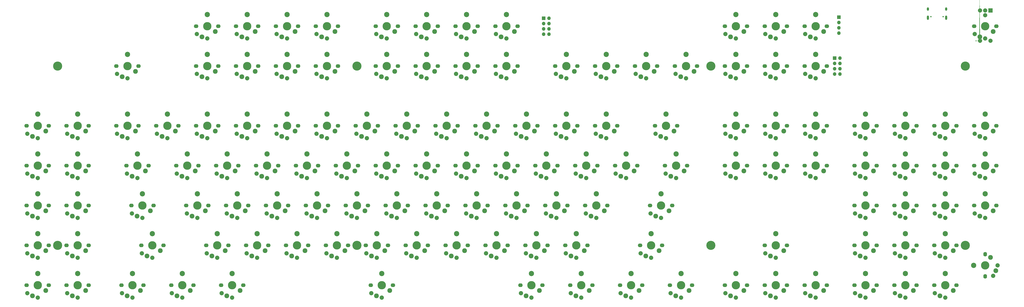
<source format=gbr>
%TF.GenerationSoftware,KiCad,Pcbnew,(6.0.0)*%
%TF.CreationDate,2022-04-30T21:46:17-04:00*%
%TF.ProjectId,SweetBusiness,53776565-7442-4757-9369-6e6573732e6b,rev?*%
%TF.SameCoordinates,Original*%
%TF.FileFunction,Soldermask,Top*%
%TF.FilePolarity,Negative*%
%FSLAX46Y46*%
G04 Gerber Fmt 4.6, Leading zero omitted, Abs format (unit mm)*
G04 Created by KiCad (PCBNEW (6.0.0)) date 2022-04-30 21:46:17*
%MOMM*%
%LPD*%
G01*
G04 APERTURE LIST*
G04 Aperture macros list*
%AMFreePoly0*
4,1,52,0.201078,0.979575,0.387516,0.921863,0.559193,0.829038,0.709571,0.704634,0.832921,0.553392,0.924546,0.381070,0.980955,0.194234,1.000000,0.000000,0.999610,-0.027922,0.975149,-0.221548,0.913545,-0.406737,0.817145,-0.576432,0.689620,-0.724172,0.535827,-0.844328,0.361625,-0.932324,0.173648,-0.984808,-0.020942,-0.999781,-0.214735,-0.976672,-0.400349,-0.916363,-0.570714,-0.821149,
-0.719340,-0.694658,-0.840567,-0.541708,-0.929776,-0.368125,-0.983571,-0.180519,-0.991955,-0.080679,-1.680947,-0.095033,-1.689030,-0.135671,-1.743223,-0.216777,-1.824329,-0.270970,-1.920000,-0.290000,-2.015671,-0.270970,-2.096777,-0.216777,-2.150970,-0.135671,-2.170000,-0.040000,-2.150970,0.055671,-2.096777,0.136777,-2.015671,0.190970,-1.920000,0.210000,-1.824329,0.190970,-1.743223,0.136777,
-1.689030,0.055671,-1.682920,0.024952,-0.997068,0.039241,-0.978148,0.207912,-0.919135,0.393942,-0.825113,0.564967,-0.699663,0.714473,-0.547563,0.836764,-0.374607,0.927184,-0.187381,0.982287,0.006981,0.999976,0.201078,0.979575,0.201078,0.979575,$1*%
G04 Aperture macros list end*
%ADD10C,4.350000*%
%ADD11C,2.500000*%
%ADD12O,2.150000X1.750000*%
%ADD13C,3.987800*%
%ADD14C,2.286000*%
%ADD15C,2.032000*%
%ADD16R,1.700000X1.700000*%
%ADD17O,1.700000X1.700000*%
%ADD18C,2.000000*%
%ADD19FreePoly0,270.000000*%
%ADD20R,2.000000X2.000000*%
%ADD21O,1.750000X2.150000*%
%ADD22C,0.650000*%
%ADD23O,1.000000X1.600000*%
%ADD24O,1.000000X2.100000*%
G04 APERTURE END LIST*
D10*
%TO.C,H8*%
X511968750Y-236537500D03*
%TD*%
D11*
%TO.C,K70*%
X464343750Y-192881600D03*
D12*
X469626950Y-198437500D03*
X459060550Y-198437500D03*
D13*
X464343750Y-198437500D03*
D14*
X461803750Y-203517500D03*
D15*
X459343750Y-202237500D03*
D14*
X468153750Y-200977500D03*
D15*
X464343750Y-204337500D03*
%TD*%
D11*
%TO.C,K42*%
X340518750Y-173831600D03*
D12*
X335235550Y-179387500D03*
D13*
X340518750Y-179387500D03*
D12*
X345801950Y-179387500D03*
D14*
X337978750Y-184467500D03*
D15*
X335518750Y-183187500D03*
X340518750Y-185287500D03*
D14*
X344328750Y-181927500D03*
%TD*%
D12*
%TO.C,K44*%
X397148050Y-179387500D03*
D13*
X402431250Y-179387500D03*
D12*
X407714450Y-179387500D03*
D11*
X402431250Y-173831600D03*
D14*
X399891250Y-184467500D03*
D15*
X397431250Y-183187500D03*
X402431250Y-185287500D03*
D14*
X406241250Y-181927500D03*
%TD*%
D11*
%TO.C,K8*%
X273843750Y-126206600D03*
D13*
X273843750Y-131762500D03*
D12*
X268560550Y-131762500D03*
X279126950Y-131762500D03*
D15*
X268843750Y-135562500D03*
D14*
X271303750Y-136842500D03*
X277653750Y-134302500D03*
D15*
X273843750Y-137662500D03*
%TD*%
D13*
%TO.C,K125*%
X483393750Y-255587500D03*
D11*
X483393750Y-250031600D03*
D12*
X488676950Y-255587500D03*
X478110550Y-255587500D03*
D15*
X478393750Y-259387500D03*
D14*
X480853750Y-260667500D03*
D15*
X483393750Y-261487500D03*
D14*
X487203750Y-258127500D03*
%TD*%
D12*
%TO.C,K110*%
X507726950Y-236537500D03*
D11*
X502443750Y-230981600D03*
D12*
X497160550Y-236537500D03*
D13*
X502443750Y-236537500D03*
D15*
X497443750Y-240337500D03*
D14*
X499903750Y-241617500D03*
X506253750Y-239077500D03*
D15*
X502443750Y-242437500D03*
%TD*%
D12*
%TO.C,K84*%
X273323050Y-217487500D03*
D13*
X278606250Y-217487500D03*
D12*
X283889450Y-217487500D03*
D11*
X278606250Y-211931600D03*
D14*
X276066250Y-222567500D03*
D15*
X273606250Y-221287500D03*
D14*
X282416250Y-220027500D03*
D15*
X278606250Y-223387500D03*
%TD*%
D11*
%TO.C,K79*%
X183356250Y-211931600D03*
D12*
X178073050Y-217487500D03*
D13*
X183356250Y-217487500D03*
D12*
X188639450Y-217487500D03*
D15*
X178356250Y-221287500D03*
D14*
X180816250Y-222567500D03*
D15*
X183356250Y-223387500D03*
D14*
X187166250Y-220027500D03*
%TD*%
D12*
%TO.C,K38*%
X259035550Y-179387500D03*
X269601950Y-179387500D03*
D13*
X264318750Y-179387500D03*
D11*
X264318750Y-173831600D03*
D15*
X259318750Y-183187500D03*
D14*
X261778750Y-184467500D03*
X268128750Y-181927500D03*
D15*
X264318750Y-185287500D03*
%TD*%
D13*
%TO.C,K37*%
X245268750Y-179387500D03*
D12*
X250551950Y-179387500D03*
D11*
X245268750Y-173831600D03*
D12*
X239985550Y-179387500D03*
D15*
X240268750Y-183187500D03*
D14*
X242728750Y-184467500D03*
D15*
X245268750Y-185287500D03*
D14*
X249078750Y-181927500D03*
%TD*%
D11*
%TO.C,K29*%
X88106250Y-173831600D03*
D13*
X88106250Y-179387500D03*
D12*
X82823050Y-179387500D03*
X93389450Y-179387500D03*
D14*
X85566250Y-184467500D03*
D15*
X83106250Y-183187500D03*
D14*
X91916250Y-181927500D03*
D15*
X88106250Y-185287500D03*
%TD*%
D16*
%TO.C,J1*%
X310668750Y-127962500D03*
D17*
X313208750Y-127962500D03*
X310668750Y-130502500D03*
X313208750Y-130502500D03*
X310668750Y-133042500D03*
X313208750Y-133042500D03*
X310668750Y-135582500D03*
X313208750Y-135582500D03*
%TD*%
D12*
%TO.C,K49*%
X507726950Y-179387500D03*
X497160550Y-179387500D03*
D11*
X502443750Y-173831600D03*
D13*
X502443750Y-179387500D03*
D15*
X497443750Y-183187500D03*
D14*
X499903750Y-184467500D03*
X506253750Y-181927500D03*
D15*
X502443750Y-185287500D03*
%TD*%
D12*
%TO.C,K82*%
X245789450Y-217487500D03*
D13*
X240506250Y-217487500D03*
D12*
X235223050Y-217487500D03*
D11*
X240506250Y-211931600D03*
D15*
X235506250Y-221287500D03*
D14*
X237966250Y-222567500D03*
D15*
X240506250Y-223387500D03*
D14*
X244316250Y-220027500D03*
%TD*%
D12*
%TO.C,K3*%
X174351950Y-131762500D03*
D13*
X169068750Y-131762500D03*
D12*
X163785550Y-131762500D03*
D11*
X169068750Y-126206600D03*
D14*
X166528750Y-136842500D03*
D15*
X164068750Y-135562500D03*
D14*
X172878750Y-134302500D03*
D15*
X169068750Y-137662500D03*
%TD*%
D11*
%TO.C,K39*%
X283368750Y-173831600D03*
D13*
X283368750Y-179387500D03*
D12*
X278085550Y-179387500D03*
X288651950Y-179387500D03*
D15*
X278368750Y-183187500D03*
D14*
X280828750Y-184467500D03*
X287178750Y-181927500D03*
D15*
X283368750Y-185287500D03*
%TD*%
D12*
%TO.C,K123*%
X435248050Y-255587500D03*
D13*
X440531250Y-255587500D03*
D12*
X445814450Y-255587500D03*
D11*
X440531250Y-250031600D03*
D15*
X435531250Y-259387500D03*
D14*
X437991250Y-260667500D03*
D15*
X440531250Y-261487500D03*
D14*
X444341250Y-258127500D03*
%TD*%
D13*
%TO.C,K24*%
X378618750Y-150812500D03*
D11*
X378618750Y-145256600D03*
D12*
X373335550Y-150812500D03*
X383901950Y-150812500D03*
D14*
X376078750Y-155892500D03*
D15*
X373618750Y-154612500D03*
D14*
X382428750Y-153352500D03*
D15*
X378618750Y-156712500D03*
%TD*%
D11*
%TO.C,K17*%
X235743750Y-145256600D03*
D12*
X230460550Y-150812500D03*
X241026950Y-150812500D03*
D13*
X235743750Y-150812500D03*
D15*
X230743750Y-154612500D03*
D14*
X233203750Y-155892500D03*
D15*
X235743750Y-156712500D03*
D14*
X239553750Y-153352500D03*
%TD*%
D13*
%TO.C,K73*%
X521493750Y-198437500D03*
D12*
X516210550Y-198437500D03*
D11*
X521493750Y-192881600D03*
D12*
X526776950Y-198437500D03*
D14*
X518953750Y-203517500D03*
D15*
X516493750Y-202237500D03*
X521493750Y-204337500D03*
D14*
X525303750Y-200977500D03*
%TD*%
D13*
%TO.C,K35*%
X207168750Y-179387500D03*
D11*
X207168750Y-173831600D03*
D12*
X201885550Y-179387500D03*
X212451950Y-179387500D03*
D14*
X204628750Y-184467500D03*
D15*
X202168750Y-183187500D03*
X207168750Y-185287500D03*
D14*
X210978750Y-181927500D03*
%TD*%
D16*
%TO.C,J2*%
X451612000Y-127518000D03*
D17*
X451612000Y-130058000D03*
X451612000Y-132598000D03*
X451612000Y-135138000D03*
%TD*%
D12*
%TO.C,K92*%
X526776950Y-217487500D03*
X516210550Y-217487500D03*
D11*
X521493750Y-211931600D03*
D13*
X521493750Y-217487500D03*
D14*
X518953750Y-222567500D03*
D15*
X516493750Y-221287500D03*
D14*
X525303750Y-220027500D03*
D15*
X521493750Y-223387500D03*
%TD*%
D11*
%TO.C,K61*%
X273843750Y-192881600D03*
D12*
X268560550Y-198437500D03*
D13*
X273843750Y-198437500D03*
D12*
X279126950Y-198437500D03*
D14*
X271303750Y-203517500D03*
D15*
X268843750Y-202237500D03*
D14*
X277653750Y-200977500D03*
D15*
X273843750Y-204337500D03*
%TD*%
D12*
%TO.C,K30*%
X106635550Y-179387500D03*
D11*
X111918750Y-173831600D03*
D12*
X117201950Y-179387500D03*
D13*
X111918750Y-179387500D03*
D14*
X109378750Y-184467500D03*
D15*
X106918750Y-183187500D03*
D14*
X115728750Y-181927500D03*
D15*
X111918750Y-185287500D03*
%TD*%
D12*
%TO.C,K83*%
X264839450Y-217487500D03*
X254273050Y-217487500D03*
D11*
X259556250Y-211931600D03*
D13*
X259556250Y-217487500D03*
D14*
X257016250Y-222567500D03*
D15*
X254556250Y-221287500D03*
X259556250Y-223387500D03*
D14*
X263366250Y-220027500D03*
%TD*%
D13*
%TO.C,K81*%
X221456250Y-217487500D03*
D11*
X221456250Y-211931600D03*
D12*
X226739450Y-217487500D03*
X216173050Y-217487500D03*
D15*
X216456250Y-221287500D03*
D14*
X218916250Y-222567500D03*
X225266250Y-220027500D03*
D15*
X221456250Y-223387500D03*
%TD*%
D12*
%TO.C,K90*%
X488676950Y-217487500D03*
X478110550Y-217487500D03*
D11*
X483393750Y-211931600D03*
D13*
X483393750Y-217487500D03*
D14*
X480853750Y-222567500D03*
D15*
X478393750Y-221287500D03*
D14*
X487203750Y-220027500D03*
D15*
X483393750Y-223387500D03*
%TD*%
D13*
%TO.C,K20*%
X292893750Y-150812500D03*
D12*
X287610550Y-150812500D03*
X298176950Y-150812500D03*
D11*
X292893750Y-145256600D03*
D14*
X290353750Y-155892500D03*
D15*
X287893750Y-154612500D03*
X292893750Y-156712500D03*
D14*
X296703750Y-153352500D03*
%TD*%
D13*
%TO.C,K59*%
X235743750Y-198437500D03*
D12*
X230460550Y-198437500D03*
D11*
X235743750Y-192881600D03*
D12*
X241026950Y-198437500D03*
D15*
X230743750Y-202237500D03*
D14*
X233203750Y-203517500D03*
D15*
X235743750Y-204337500D03*
D14*
X239553750Y-200977500D03*
%TD*%
D11*
%TO.C,K95*%
X123825000Y-230981600D03*
D12*
X129108200Y-236537500D03*
D13*
X123825000Y-236537500D03*
D12*
X118541800Y-236537500D03*
D14*
X121285000Y-241617500D03*
D15*
X118825000Y-240337500D03*
X123825000Y-242437500D03*
D14*
X127635000Y-239077500D03*
%TD*%
D13*
%TO.C,K111*%
X69056250Y-255587500D03*
D12*
X63773050Y-255587500D03*
X74339450Y-255587500D03*
D11*
X69056250Y-250031600D03*
D15*
X64056250Y-259387500D03*
D14*
X66516250Y-260667500D03*
D15*
X69056250Y-261487500D03*
D14*
X72866250Y-258127500D03*
%TD*%
D13*
%TO.C,K50*%
X521493750Y-179387500D03*
D12*
X526776950Y-179387500D03*
D11*
X521493750Y-173831600D03*
D12*
X516210550Y-179387500D03*
D14*
X518953750Y-184467500D03*
D15*
X516493750Y-183187500D03*
X521493750Y-185287500D03*
D14*
X525303750Y-181927500D03*
%TD*%
D12*
%TO.C,K104*%
X301898050Y-236537500D03*
D11*
X307181250Y-230981600D03*
D13*
X307181250Y-236537500D03*
D12*
X312464450Y-236537500D03*
D14*
X304641250Y-241617500D03*
D15*
X302181250Y-240337500D03*
X307181250Y-242437500D03*
D14*
X310991250Y-239077500D03*
%TD*%
D13*
%TO.C,K25*%
X402431250Y-150812500D03*
D11*
X402431250Y-145256600D03*
D12*
X407714450Y-150812500D03*
X397148050Y-150812500D03*
D14*
X399891250Y-155892500D03*
D15*
X397431250Y-154612500D03*
D14*
X406241250Y-153352500D03*
D15*
X402431250Y-156712500D03*
%TD*%
D11*
%TO.C,K52*%
X88106250Y-192881600D03*
D13*
X88106250Y-198437500D03*
D12*
X93389450Y-198437500D03*
X82823050Y-198437500D03*
D14*
X85566250Y-203517500D03*
D15*
X83106250Y-202237500D03*
X88106250Y-204337500D03*
D14*
X91916250Y-200977500D03*
%TD*%
D12*
%TO.C,K2*%
X155301950Y-131762500D03*
D13*
X150018750Y-131762500D03*
D11*
X150018750Y-126206600D03*
D12*
X144735550Y-131762500D03*
D14*
X147478750Y-136842500D03*
D15*
X145018750Y-135562500D03*
X150018750Y-137662500D03*
D14*
X153828750Y-134302500D03*
%TD*%
D12*
%TO.C,K100*%
X236264450Y-236537500D03*
D11*
X230981250Y-230981600D03*
D13*
X230981250Y-236537500D03*
D12*
X225698050Y-236537500D03*
D14*
X228441250Y-241617500D03*
D15*
X225981250Y-240337500D03*
D14*
X234791250Y-239077500D03*
D15*
X230981250Y-242437500D03*
%TD*%
D12*
%TO.C,K89*%
X459060550Y-217487500D03*
D13*
X464343750Y-217487500D03*
D11*
X464343750Y-211931600D03*
D12*
X469626950Y-217487500D03*
D14*
X461803750Y-222567500D03*
D15*
X459343750Y-221287500D03*
D14*
X468153750Y-220027500D03*
D15*
X464343750Y-223387500D03*
%TD*%
D13*
%TO.C,K88*%
X366712500Y-217487500D03*
D12*
X371995700Y-217487500D03*
X361429300Y-217487500D03*
D11*
X366712500Y-211931600D03*
D14*
X364172500Y-222567500D03*
D15*
X361712500Y-221287500D03*
X366712500Y-223387500D03*
D14*
X370522500Y-220027500D03*
%TD*%
D12*
%TO.C,K26*%
X416198050Y-150812500D03*
D11*
X421481250Y-145256600D03*
D13*
X421481250Y-150812500D03*
D12*
X426764450Y-150812500D03*
D14*
X418941250Y-155892500D03*
D15*
X416481250Y-154612500D03*
D14*
X425291250Y-153352500D03*
D15*
X421481250Y-156712500D03*
%TD*%
D13*
%TO.C,K80*%
X202406250Y-217487500D03*
D11*
X202406250Y-211931600D03*
D12*
X197123050Y-217487500D03*
X207689450Y-217487500D03*
D15*
X197406250Y-221287500D03*
D14*
X199866250Y-222567500D03*
X206216250Y-220027500D03*
D15*
X202406250Y-223387500D03*
%TD*%
D11*
%TO.C,K77*%
X145256250Y-211931600D03*
D12*
X150539450Y-217487500D03*
D13*
X145256250Y-217487500D03*
D12*
X139973050Y-217487500D03*
D15*
X140256250Y-221287500D03*
D14*
X142716250Y-222567500D03*
X149066250Y-220027500D03*
D15*
X145256250Y-223387500D03*
%TD*%
D12*
%TO.C,K122*%
X416198050Y-255587500D03*
D11*
X421481250Y-250031600D03*
D12*
X426764450Y-255587500D03*
D13*
X421481250Y-255587500D03*
D14*
X418941250Y-260667500D03*
D15*
X416481250Y-259387500D03*
X421481250Y-261487500D03*
D14*
X425291250Y-258127500D03*
%TD*%
D12*
%TO.C,K46*%
X435248050Y-179387500D03*
X445814450Y-179387500D03*
D11*
X440531250Y-173831600D03*
D13*
X440531250Y-179387500D03*
D15*
X435531250Y-183187500D03*
D14*
X437991250Y-184467500D03*
X444341250Y-181927500D03*
D15*
X440531250Y-185287500D03*
%TD*%
D12*
%TO.C,K126*%
X497160550Y-255587500D03*
D13*
X502443750Y-255587500D03*
D11*
X502443750Y-250031600D03*
D12*
X507726950Y-255587500D03*
D15*
X497443750Y-259387500D03*
D14*
X499903750Y-260667500D03*
X506253750Y-258127500D03*
D15*
X502443750Y-261487500D03*
%TD*%
D12*
%TO.C,K112*%
X82823050Y-255587500D03*
D11*
X88106250Y-250031600D03*
D12*
X93389450Y-255587500D03*
D13*
X88106250Y-255587500D03*
D15*
X83106250Y-259387500D03*
D14*
X85566250Y-260667500D03*
X91916250Y-258127500D03*
D15*
X88106250Y-261487500D03*
%TD*%
D13*
%TO.C,K113*%
X114300000Y-255587500D03*
D12*
X109016800Y-255587500D03*
D11*
X114300000Y-250031600D03*
D12*
X119583200Y-255587500D03*
D15*
X109300000Y-259387500D03*
D14*
X111760000Y-260667500D03*
D15*
X114300000Y-261487500D03*
D14*
X118110000Y-258127500D03*
%TD*%
D12*
%TO.C,K65*%
X344760550Y-198437500D03*
X355326950Y-198437500D03*
D13*
X350043750Y-198437500D03*
D11*
X350043750Y-192881600D03*
D15*
X345043750Y-202237500D03*
D14*
X347503750Y-203517500D03*
X353853750Y-200977500D03*
D15*
X350043750Y-204337500D03*
%TD*%
D12*
%TO.C,K54*%
X135210550Y-198437500D03*
D13*
X140493750Y-198437500D03*
D11*
X140493750Y-192881600D03*
D12*
X145776950Y-198437500D03*
D14*
X137953750Y-203517500D03*
D15*
X135493750Y-202237500D03*
D14*
X144303750Y-200977500D03*
D15*
X140493750Y-204337500D03*
%TD*%
D11*
%TO.C,K76*%
X119062500Y-211931600D03*
D12*
X124345700Y-217487500D03*
D13*
X119062500Y-217487500D03*
D12*
X113779300Y-217487500D03*
D15*
X114062500Y-221287500D03*
D14*
X116522500Y-222567500D03*
X122872500Y-220027500D03*
D15*
X119062500Y-223387500D03*
%TD*%
D11*
%TO.C,K78*%
X164306250Y-211931600D03*
D12*
X159023050Y-217487500D03*
X169589450Y-217487500D03*
D13*
X164306250Y-217487500D03*
D14*
X161766250Y-222567500D03*
D15*
X159306250Y-221287500D03*
X164306250Y-223387500D03*
D14*
X168116250Y-220027500D03*
%TD*%
D13*
%TO.C,K51*%
X69056250Y-198437500D03*
D12*
X63773050Y-198437500D03*
X74339450Y-198437500D03*
D11*
X69056250Y-192881600D03*
D15*
X64056250Y-202237500D03*
D14*
X66516250Y-203517500D03*
X72866250Y-200977500D03*
D15*
X69056250Y-204337500D03*
%TD*%
D12*
%TO.C,K101*%
X255314450Y-236537500D03*
D11*
X250031250Y-230981600D03*
D12*
X244748050Y-236537500D03*
D13*
X250031250Y-236537500D03*
D15*
X245031250Y-240337500D03*
D14*
X247491250Y-241617500D03*
X253841250Y-239077500D03*
D15*
X250031250Y-242437500D03*
%TD*%
D13*
%TO.C,K57*%
X197643750Y-198437500D03*
D11*
X197643750Y-192881600D03*
D12*
X202926950Y-198437500D03*
X192360550Y-198437500D03*
D15*
X192643750Y-202237500D03*
D14*
X195103750Y-203517500D03*
X201453750Y-200977500D03*
D15*
X197643750Y-204337500D03*
%TD*%
D12*
%TO.C,K64*%
X325710550Y-198437500D03*
D13*
X330993750Y-198437500D03*
D11*
X330993750Y-192881600D03*
D12*
X336276950Y-198437500D03*
D15*
X325993750Y-202237500D03*
D14*
X328453750Y-203517500D03*
D15*
X330993750Y-204337500D03*
D14*
X334803750Y-200977500D03*
%TD*%
D12*
%TO.C,K105*%
X331514450Y-236537500D03*
D11*
X326231250Y-230981600D03*
D13*
X326231250Y-236537500D03*
D12*
X320948050Y-236537500D03*
D15*
X321231250Y-240337500D03*
D14*
X323691250Y-241617500D03*
D15*
X326231250Y-242437500D03*
D14*
X330041250Y-239077500D03*
%TD*%
D11*
%TO.C,K32*%
X150018750Y-173831600D03*
D12*
X155301950Y-179387500D03*
X144735550Y-179387500D03*
D13*
X150018750Y-179387500D03*
D14*
X147478750Y-184467500D03*
D15*
X145018750Y-183187500D03*
D14*
X153828750Y-181927500D03*
D15*
X150018750Y-185287500D03*
%TD*%
D11*
%TO.C,K27*%
X440531250Y-145256600D03*
D12*
X445814450Y-150812500D03*
D13*
X440531250Y-150812500D03*
D12*
X435248050Y-150812500D03*
D14*
X437991250Y-155892500D03*
D15*
X435531250Y-154612500D03*
X440531250Y-156712500D03*
D14*
X444341250Y-153352500D03*
%TD*%
D12*
%TO.C,K13*%
X155301950Y-150812500D03*
D13*
X150018750Y-150812500D03*
D12*
X144735550Y-150812500D03*
D11*
X150018750Y-145256600D03*
D15*
X145018750Y-154612500D03*
D14*
X147478750Y-155892500D03*
D15*
X150018750Y-156712500D03*
D14*
X153828750Y-153352500D03*
%TD*%
D12*
%TO.C,K94*%
X82823050Y-236537500D03*
D13*
X88106250Y-236537500D03*
D11*
X88106250Y-230981600D03*
D12*
X93389450Y-236537500D03*
D14*
X85566250Y-241617500D03*
D15*
X83106250Y-240337500D03*
X88106250Y-242437500D03*
D14*
X91916250Y-239077500D03*
%TD*%
D11*
%TO.C,K93*%
X69056250Y-230981600D03*
D13*
X69056250Y-236537500D03*
D12*
X63773050Y-236537500D03*
X74339450Y-236537500D03*
D15*
X64056250Y-240337500D03*
D14*
X66516250Y-241617500D03*
D15*
X69056250Y-242437500D03*
D14*
X72866250Y-239077500D03*
%TD*%
D12*
%TO.C,K109*%
X478110550Y-236537500D03*
X488676950Y-236537500D03*
D13*
X483393750Y-236537500D03*
D11*
X483393750Y-230981600D03*
D14*
X480853750Y-241617500D03*
D15*
X478393750Y-240337500D03*
X483393750Y-242437500D03*
D14*
X487203750Y-239077500D03*
%TD*%
D12*
%TO.C,K48*%
X478110550Y-179387500D03*
X488676950Y-179387500D03*
D13*
X483393750Y-179387500D03*
D11*
X483393750Y-173831600D03*
D14*
X480853750Y-184467500D03*
D15*
X478393750Y-183187500D03*
X483393750Y-185287500D03*
D14*
X487203750Y-181927500D03*
%TD*%
D13*
%TO.C,K58*%
X216693750Y-198437500D03*
D12*
X221976950Y-198437500D03*
D11*
X216693750Y-192881600D03*
D12*
X211410550Y-198437500D03*
D14*
X214153750Y-203517500D03*
D15*
X211693750Y-202237500D03*
X216693750Y-204337500D03*
D14*
X220503750Y-200977500D03*
%TD*%
D11*
%TO.C,K68*%
X421481250Y-192881600D03*
D13*
X421481250Y-198437500D03*
D12*
X426764450Y-198437500D03*
X416198050Y-198437500D03*
D14*
X418941250Y-203517500D03*
D15*
X416481250Y-202237500D03*
X421481250Y-204337500D03*
D14*
X425291250Y-200977500D03*
%TD*%
D11*
%TO.C,K45*%
X421481250Y-173831600D03*
D12*
X426764450Y-179387500D03*
X416198050Y-179387500D03*
D13*
X421481250Y-179387500D03*
D14*
X418941250Y-184467500D03*
D15*
X416481250Y-183187500D03*
D14*
X425291250Y-181927500D03*
D15*
X421481250Y-185287500D03*
%TD*%
D11*
%TO.C,K69*%
X440531250Y-192881600D03*
D12*
X445814450Y-198437500D03*
D13*
X440531250Y-198437500D03*
D12*
X435248050Y-198437500D03*
D15*
X435531250Y-202237500D03*
D14*
X437991250Y-203517500D03*
D15*
X440531250Y-204337500D03*
D14*
X444341250Y-200977500D03*
%TD*%
D12*
%TO.C,K67*%
X397148050Y-198437500D03*
X407714450Y-198437500D03*
D11*
X402431250Y-192881600D03*
D13*
X402431250Y-198437500D03*
D14*
X399891250Y-203517500D03*
D15*
X397431250Y-202237500D03*
D14*
X406241250Y-200977500D03*
D15*
X402431250Y-204337500D03*
%TD*%
D12*
%TO.C,K72*%
X507726950Y-198437500D03*
X497160550Y-198437500D03*
D11*
X502443750Y-192881600D03*
D13*
X502443750Y-198437500D03*
D15*
X497443750Y-202237500D03*
D14*
X499903750Y-203517500D03*
D15*
X502443750Y-204337500D03*
D14*
X506253750Y-200977500D03*
%TD*%
D13*
%TO.C,K1*%
X111918750Y-150812500D03*
D11*
X111918750Y-145256600D03*
D12*
X117201950Y-150812500D03*
X106635550Y-150812500D03*
D15*
X106918750Y-154612500D03*
D14*
X109378750Y-155892500D03*
X115728750Y-153352500D03*
D15*
X111918750Y-156712500D03*
%TD*%
D12*
%TO.C,K10*%
X407714450Y-131762500D03*
D13*
X402431250Y-131762500D03*
D11*
X402431250Y-126206600D03*
D12*
X397148050Y-131762500D03*
D15*
X397431250Y-135562500D03*
D14*
X399891250Y-136842500D03*
D15*
X402431250Y-137662500D03*
D14*
X406241250Y-134302500D03*
%TD*%
D12*
%TO.C,K74*%
X63773050Y-217487500D03*
D13*
X69056250Y-217487500D03*
D12*
X74339450Y-217487500D03*
D11*
X69056250Y-211931600D03*
D14*
X66516250Y-222567500D03*
D15*
X64056250Y-221287500D03*
X69056250Y-223387500D03*
D14*
X72866250Y-220027500D03*
%TD*%
D12*
%TO.C,K23*%
X364851950Y-150812500D03*
D13*
X359568750Y-150812500D03*
D12*
X354285550Y-150812500D03*
D11*
X359568750Y-145256600D03*
D14*
X357028750Y-155892500D03*
D15*
X354568750Y-154612500D03*
D14*
X363378750Y-153352500D03*
D15*
X359568750Y-156712500D03*
%TD*%
D12*
%TO.C,K120*%
X381520700Y-255587500D03*
X370954300Y-255587500D03*
D11*
X376237500Y-250031600D03*
D13*
X376237500Y-255587500D03*
D14*
X373697500Y-260667500D03*
D15*
X371237500Y-259387500D03*
X376237500Y-261487500D03*
D14*
X380047500Y-258127500D03*
%TD*%
D10*
%TO.C,H4*%
X511968750Y-150812500D03*
%TD*%
%TO.C,H3*%
X390525000Y-150812500D03*
%TD*%
D12*
%TO.C,K28*%
X63773050Y-179387500D03*
X74339450Y-179387500D03*
D11*
X69056250Y-173831600D03*
D13*
X69056250Y-179387500D03*
D15*
X64056250Y-183187500D03*
D14*
X66516250Y-184467500D03*
D15*
X69056250Y-185287500D03*
D14*
X72866250Y-181927500D03*
%TD*%
D12*
%TO.C,K96*%
X160064450Y-236537500D03*
X149498050Y-236537500D03*
D13*
X154781250Y-236537500D03*
D11*
X154781250Y-230981600D03*
D14*
X152241250Y-241617500D03*
D15*
X149781250Y-240337500D03*
D14*
X158591250Y-239077500D03*
D15*
X154781250Y-242437500D03*
%TD*%
D13*
%TO.C,K118*%
X328612500Y-255587500D03*
D12*
X333895700Y-255587500D03*
D11*
X328612500Y-250031600D03*
D12*
X323329300Y-255587500D03*
D14*
X326072500Y-260667500D03*
D15*
X323612500Y-259387500D03*
D14*
X332422500Y-258127500D03*
D15*
X328612500Y-261487500D03*
%TD*%
D13*
%TO.C,K87*%
X335756250Y-217487500D03*
D12*
X341039450Y-217487500D03*
X330473050Y-217487500D03*
D11*
X335756250Y-211931600D03*
D15*
X330756250Y-221287500D03*
D14*
X333216250Y-222567500D03*
D15*
X335756250Y-223387500D03*
D14*
X339566250Y-220027500D03*
%TD*%
D13*
%TO.C,RX1*%
X521493750Y-131762500D03*
D12*
X526776950Y-131762500D03*
D18*
X521493750Y-126562500D03*
D12*
X516210550Y-131762500D03*
D19*
X518993750Y-138762500D03*
D15*
X516493750Y-135562500D03*
D14*
X518953750Y-136842500D03*
D18*
X523993750Y-138762500D03*
D15*
X521493750Y-137662500D03*
D14*
X525303750Y-134302500D03*
D20*
X523993750Y-124262500D03*
D18*
X518993750Y-124262500D03*
X521493750Y-124262500D03*
%TD*%
D16*
%TO.C,J3*%
X449575000Y-147012500D03*
D17*
X452115000Y-147012500D03*
X449575000Y-149552500D03*
X452115000Y-149552500D03*
X449575000Y-152092500D03*
X452115000Y-152092500D03*
X449575000Y-154632500D03*
X452115000Y-154632500D03*
%TD*%
D11*
%TO.C,K116*%
X233362500Y-250031600D03*
D12*
X238645700Y-255587500D03*
X228079300Y-255587500D03*
D13*
X233362500Y-255587500D03*
D14*
X230822500Y-260667500D03*
D15*
X228362500Y-259387500D03*
X233362500Y-261487500D03*
D14*
X237172500Y-258127500D03*
%TD*%
D10*
%TO.C,H2*%
X221456250Y-150812500D03*
%TD*%
D12*
%TO.C,K114*%
X132829300Y-255587500D03*
D11*
X138112500Y-250031600D03*
D13*
X138112500Y-255587500D03*
D12*
X143395700Y-255587500D03*
D15*
X133112500Y-259387500D03*
D14*
X135572500Y-260667500D03*
D15*
X138112500Y-261487500D03*
D14*
X141922500Y-258127500D03*
%TD*%
D12*
%TO.C,K6*%
X241026950Y-131762500D03*
X230460550Y-131762500D03*
D11*
X235743750Y-126206600D03*
D13*
X235743750Y-131762500D03*
D14*
X233203750Y-136842500D03*
D15*
X230743750Y-135562500D03*
D14*
X239553750Y-134302500D03*
D15*
X235743750Y-137662500D03*
%TD*%
D13*
%TO.C,K91*%
X502443750Y-217487500D03*
D12*
X497160550Y-217487500D03*
D11*
X502443750Y-211931600D03*
D12*
X507726950Y-217487500D03*
D14*
X499903750Y-222567500D03*
D15*
X497443750Y-221287500D03*
X502443750Y-223387500D03*
D14*
X506253750Y-220027500D03*
%TD*%
D12*
%TO.C,K56*%
X173310550Y-198437500D03*
X183876950Y-198437500D03*
D11*
X178593750Y-192881600D03*
D13*
X178593750Y-198437500D03*
D14*
X176053750Y-203517500D03*
D15*
X173593750Y-202237500D03*
X178593750Y-204337500D03*
D14*
X182403750Y-200977500D03*
%TD*%
D12*
%TO.C,K15*%
X182835550Y-150812500D03*
D11*
X188118750Y-145256600D03*
D12*
X193401950Y-150812500D03*
D13*
X188118750Y-150812500D03*
D15*
X183118750Y-154612500D03*
D14*
X185578750Y-155892500D03*
D15*
X188118750Y-156712500D03*
D14*
X191928750Y-153352500D03*
%TD*%
D13*
%TO.C,K62*%
X292893750Y-198437500D03*
D12*
X298176950Y-198437500D03*
D11*
X292893750Y-192881600D03*
D12*
X287610550Y-198437500D03*
D15*
X287893750Y-202237500D03*
D14*
X290353750Y-203517500D03*
D15*
X292893750Y-204337500D03*
D14*
X296703750Y-200977500D03*
%TD*%
D11*
%TO.C,K22*%
X340518750Y-145256600D03*
D13*
X340518750Y-150812500D03*
D12*
X345801950Y-150812500D03*
X335235550Y-150812500D03*
D14*
X337978750Y-155892500D03*
D15*
X335518750Y-154612500D03*
X340518750Y-156712500D03*
D14*
X344328750Y-153352500D03*
%TD*%
D11*
%TO.C,K107*%
X421481250Y-230981600D03*
D13*
X421481250Y-236537500D03*
D12*
X426764450Y-236537500D03*
X416198050Y-236537500D03*
D15*
X416481250Y-240337500D03*
D14*
X418941250Y-241617500D03*
X425291250Y-239077500D03*
D15*
X421481250Y-242437500D03*
%TD*%
D10*
%TO.C,H5*%
X78581250Y-236537500D03*
%TD*%
D12*
%TO.C,K98*%
X187598050Y-236537500D03*
D11*
X192881250Y-230981600D03*
D12*
X198164450Y-236537500D03*
D13*
X192881250Y-236537500D03*
D14*
X190341250Y-241617500D03*
D15*
X187881250Y-240337500D03*
X192881250Y-242437500D03*
D14*
X196691250Y-239077500D03*
%TD*%
D13*
%TO.C,K66*%
X373856250Y-198437500D03*
D12*
X379139450Y-198437500D03*
X368573050Y-198437500D03*
D11*
X373856250Y-192881600D03*
D14*
X371316250Y-203517500D03*
D15*
X368856250Y-202237500D03*
X373856250Y-204337500D03*
D14*
X377666250Y-200977500D03*
%TD*%
D12*
%TO.C,K47*%
X459060550Y-179387500D03*
D11*
X464343750Y-173831600D03*
D13*
X464343750Y-179387500D03*
D12*
X469626950Y-179387500D03*
D15*
X459343750Y-183187500D03*
D14*
X461803750Y-184467500D03*
X468153750Y-181927500D03*
D15*
X464343750Y-185287500D03*
%TD*%
D11*
%TO.C,K102*%
X269081250Y-230981600D03*
D12*
X263798050Y-236537500D03*
X274364450Y-236537500D03*
D13*
X269081250Y-236537500D03*
D14*
X266541250Y-241617500D03*
D15*
X264081250Y-240337500D03*
D14*
X272891250Y-239077500D03*
D15*
X269081250Y-242437500D03*
%TD*%
D12*
%TO.C,K12*%
X435248050Y-131762500D03*
X445814450Y-131762500D03*
D13*
X440531250Y-131762500D03*
D11*
X440531250Y-126206600D03*
D14*
X437991250Y-136842500D03*
D15*
X435531250Y-135562500D03*
D14*
X444341250Y-134302500D03*
D15*
X440531250Y-137662500D03*
%TD*%
D11*
%TO.C,K99*%
X211931250Y-230981600D03*
D12*
X217214450Y-236537500D03*
D13*
X211931250Y-236537500D03*
D12*
X206648050Y-236537500D03*
D15*
X206931250Y-240337500D03*
D14*
X209391250Y-241617500D03*
X215741250Y-239077500D03*
D15*
X211931250Y-242437500D03*
%TD*%
D11*
%TO.C,K117*%
X304800000Y-250031600D03*
D12*
X310083200Y-255587500D03*
X299516800Y-255587500D03*
D13*
X304800000Y-255587500D03*
D14*
X302260000Y-260667500D03*
D15*
X299800000Y-259387500D03*
D14*
X308610000Y-258127500D03*
D15*
X304800000Y-261487500D03*
%TD*%
D12*
%TO.C,K60*%
X249510550Y-198437500D03*
D11*
X254793750Y-192881600D03*
D12*
X260076950Y-198437500D03*
D13*
X254793750Y-198437500D03*
D14*
X252253750Y-203517500D03*
D15*
X249793750Y-202237500D03*
D14*
X258603750Y-200977500D03*
D15*
X254793750Y-204337500D03*
%TD*%
D10*
%TO.C,H6*%
X221456250Y-236537500D03*
%TD*%
D12*
%TO.C,K33*%
X174351950Y-179387500D03*
D11*
X169068750Y-173831600D03*
D13*
X169068750Y-179387500D03*
D12*
X163785550Y-179387500D03*
D14*
X166528750Y-184467500D03*
D15*
X164068750Y-183187500D03*
D14*
X172878750Y-181927500D03*
D15*
X169068750Y-185287500D03*
%TD*%
D13*
%TO.C,K36*%
X226218750Y-179387500D03*
D12*
X220935550Y-179387500D03*
D11*
X226218750Y-173831600D03*
D12*
X231501950Y-179387500D03*
D15*
X221218750Y-183187500D03*
D14*
X223678750Y-184467500D03*
X230028750Y-181927500D03*
D15*
X226218750Y-185287500D03*
%TD*%
D12*
%TO.C,K97*%
X168548050Y-236537500D03*
D13*
X173831250Y-236537500D03*
D11*
X173831250Y-230981600D03*
D12*
X179114450Y-236537500D03*
D15*
X168831250Y-240337500D03*
D14*
X171291250Y-241617500D03*
D15*
X173831250Y-242437500D03*
D14*
X177641250Y-239077500D03*
%TD*%
D12*
%TO.C,K34*%
X182835550Y-179387500D03*
D13*
X188118750Y-179387500D03*
D12*
X193401950Y-179387500D03*
D11*
X188118750Y-173831600D03*
D14*
X185578750Y-184467500D03*
D15*
X183118750Y-183187500D03*
X188118750Y-185287500D03*
D14*
X191928750Y-181927500D03*
%TD*%
D12*
%TO.C,K53*%
X111398050Y-198437500D03*
D11*
X116681250Y-192881600D03*
D13*
X116681250Y-198437500D03*
D12*
X121964450Y-198437500D03*
D15*
X111681250Y-202237500D03*
D14*
X114141250Y-203517500D03*
X120491250Y-200977500D03*
D15*
X116681250Y-204337500D03*
%TD*%
D13*
%TO.C,K124*%
X464343750Y-255587500D03*
D11*
X464343750Y-250031600D03*
D12*
X469626950Y-255587500D03*
X459060550Y-255587500D03*
D15*
X459343750Y-259387500D03*
D14*
X461803750Y-260667500D03*
D15*
X464343750Y-261487500D03*
D14*
X468153750Y-258127500D03*
%TD*%
D12*
%TO.C,K19*%
X268560550Y-150812500D03*
X279126950Y-150812500D03*
D13*
X273843750Y-150812500D03*
D11*
X273843750Y-145256600D03*
D14*
X271303750Y-155892500D03*
D15*
X268843750Y-154612500D03*
X273843750Y-156712500D03*
D14*
X277653750Y-153352500D03*
%TD*%
D10*
%TO.C,H7*%
X390525000Y-236537500D03*
%TD*%
D13*
%TO.C,K119*%
X352425000Y-255587500D03*
D12*
X347141800Y-255587500D03*
D11*
X352425000Y-250031600D03*
D12*
X357708200Y-255587500D03*
D14*
X349885000Y-260667500D03*
D15*
X347425000Y-259387500D03*
X352425000Y-261487500D03*
D14*
X356235000Y-258127500D03*
%TD*%
D12*
%TO.C,K86*%
X311423050Y-217487500D03*
D11*
X316706250Y-211931600D03*
D13*
X316706250Y-217487500D03*
D12*
X321989450Y-217487500D03*
D15*
X311706250Y-221287500D03*
D14*
X314166250Y-222567500D03*
X320516250Y-220027500D03*
D15*
X316706250Y-223387500D03*
%TD*%
D12*
%TO.C,K18*%
X249510550Y-150812500D03*
X260076950Y-150812500D03*
D11*
X254793750Y-145256600D03*
D13*
X254793750Y-150812500D03*
D14*
X252253750Y-155892500D03*
D15*
X249793750Y-154612500D03*
X254793750Y-156712500D03*
D14*
X258603750Y-153352500D03*
%TD*%
D13*
%TO.C,K108*%
X464343750Y-236537500D03*
D12*
X469626950Y-236537500D03*
X459060550Y-236537500D03*
D11*
X464343750Y-230981600D03*
D15*
X459343750Y-240337500D03*
D14*
X461803750Y-241617500D03*
X468153750Y-239077500D03*
D15*
X464343750Y-242437500D03*
%TD*%
D13*
%TO.C,K115*%
X161925000Y-255587500D03*
D11*
X161925000Y-250031600D03*
D12*
X156641800Y-255587500D03*
X167208200Y-255587500D03*
D14*
X159385000Y-260667500D03*
D15*
X156925000Y-259387500D03*
X161925000Y-261487500D03*
D14*
X165735000Y-258127500D03*
%TD*%
D11*
%TO.C,K5*%
X207168750Y-126206600D03*
D12*
X212451950Y-131762500D03*
D13*
X207168750Y-131762500D03*
D12*
X201885550Y-131762500D03*
D15*
X202168750Y-135562500D03*
D14*
X204628750Y-136842500D03*
D15*
X207168750Y-137662500D03*
D14*
X210978750Y-134302500D03*
%TD*%
D21*
%TO.C,K127*%
X521493750Y-251345700D03*
X521493750Y-240779300D03*
D11*
X515937850Y-246062500D03*
D13*
X521493750Y-246062500D03*
D14*
X526573750Y-248602500D03*
D15*
X525293750Y-251062500D03*
D14*
X524033750Y-242252500D03*
D15*
X527393750Y-246062500D03*
%TD*%
D11*
%TO.C,K63*%
X311943750Y-192881600D03*
D12*
X317226950Y-198437500D03*
D13*
X311943750Y-198437500D03*
D12*
X306660550Y-198437500D03*
D15*
X306943750Y-202237500D03*
D14*
X309403750Y-203517500D03*
D15*
X311943750Y-204337500D03*
D14*
X315753750Y-200977500D03*
%TD*%
D12*
%TO.C,K41*%
X326751950Y-179387500D03*
D13*
X321468750Y-179387500D03*
D12*
X316185550Y-179387500D03*
D11*
X321468750Y-173831600D03*
D14*
X318928750Y-184467500D03*
D15*
X316468750Y-183187500D03*
X321468750Y-185287500D03*
D14*
X325278750Y-181927500D03*
%TD*%
D13*
%TO.C,K31*%
X130968750Y-179387500D03*
D12*
X125685550Y-179387500D03*
X136251950Y-179387500D03*
D11*
X130968750Y-173831600D03*
D14*
X128428750Y-184467500D03*
D15*
X125968750Y-183187500D03*
D14*
X134778750Y-181927500D03*
D15*
X130968750Y-185287500D03*
%TD*%
D12*
%TO.C,K75*%
X82823050Y-217487500D03*
D11*
X88106250Y-211931600D03*
D13*
X88106250Y-217487500D03*
D12*
X93389450Y-217487500D03*
D14*
X85566250Y-222567500D03*
D15*
X83106250Y-221287500D03*
D14*
X91916250Y-220027500D03*
D15*
X88106250Y-223387500D03*
%TD*%
D12*
%TO.C,K4*%
X182835550Y-131762500D03*
X193401950Y-131762500D03*
D11*
X188118750Y-126206600D03*
D13*
X188118750Y-131762500D03*
D14*
X185578750Y-136842500D03*
D15*
X183118750Y-135562500D03*
D14*
X191928750Y-134302500D03*
D15*
X188118750Y-137662500D03*
%TD*%
D12*
%TO.C,K11*%
X416198050Y-131762500D03*
X426764450Y-131762500D03*
D13*
X421481250Y-131762500D03*
D11*
X421481250Y-126206600D03*
D15*
X416481250Y-135562500D03*
D14*
X418941250Y-136842500D03*
D15*
X421481250Y-137662500D03*
D14*
X425291250Y-134302500D03*
%TD*%
D12*
%TO.C,K43*%
X363810550Y-179387500D03*
D11*
X369093750Y-173831600D03*
D13*
X369093750Y-179387500D03*
D12*
X374376950Y-179387500D03*
D14*
X366553750Y-184467500D03*
D15*
X364093750Y-183187500D03*
D14*
X372903750Y-181927500D03*
D15*
X369093750Y-185287500D03*
%TD*%
D13*
%TO.C,K106*%
X361950000Y-236537500D03*
D12*
X367233200Y-236537500D03*
X356666800Y-236537500D03*
D11*
X361950000Y-230981600D03*
D14*
X359410000Y-241617500D03*
D15*
X356950000Y-240337500D03*
D14*
X365760000Y-239077500D03*
D15*
X361950000Y-242437500D03*
%TD*%
D11*
%TO.C,K21*%
X321468750Y-145256600D03*
D12*
X316185550Y-150812500D03*
D13*
X321468750Y-150812500D03*
D12*
X326751950Y-150812500D03*
D14*
X318928750Y-155892500D03*
D15*
X316468750Y-154612500D03*
X321468750Y-156712500D03*
D14*
X325278750Y-153352500D03*
%TD*%
D13*
%TO.C,K55*%
X159543750Y-198437500D03*
D12*
X164826950Y-198437500D03*
X154260550Y-198437500D03*
D11*
X159543750Y-192881600D03*
D15*
X154543750Y-202237500D03*
D14*
X157003750Y-203517500D03*
X163353750Y-200977500D03*
D15*
X159543750Y-204337500D03*
%TD*%
D12*
%TO.C,K9*%
X298176950Y-131762500D03*
X287610550Y-131762500D03*
D11*
X292893750Y-126206600D03*
D13*
X292893750Y-131762500D03*
D15*
X287893750Y-135562500D03*
D14*
X290353750Y-136842500D03*
X296703750Y-134302500D03*
D15*
X292893750Y-137662500D03*
%TD*%
D11*
%TO.C,K40*%
X302418750Y-173831600D03*
D13*
X302418750Y-179387500D03*
D12*
X297135550Y-179387500D03*
X307701950Y-179387500D03*
D15*
X297418750Y-183187500D03*
D14*
X299878750Y-184467500D03*
X306228750Y-181927500D03*
D15*
X302418750Y-185287500D03*
%TD*%
D12*
%TO.C,K121*%
X397148050Y-255587500D03*
D11*
X402431250Y-250031600D03*
D12*
X407714450Y-255587500D03*
D13*
X402431250Y-255587500D03*
D15*
X397431250Y-259387500D03*
D14*
X399891250Y-260667500D03*
X406241250Y-258127500D03*
D15*
X402431250Y-261487500D03*
%TD*%
D11*
%TO.C,K16*%
X207168750Y-145256600D03*
D12*
X212451950Y-150812500D03*
D13*
X207168750Y-150812500D03*
D12*
X201885550Y-150812500D03*
D14*
X204628750Y-155892500D03*
D15*
X202168750Y-154612500D03*
X207168750Y-156712500D03*
D14*
X210978750Y-153352500D03*
%TD*%
D11*
%TO.C,K85*%
X297656250Y-211931600D03*
D13*
X297656250Y-217487500D03*
D12*
X292373050Y-217487500D03*
X302939450Y-217487500D03*
D14*
X295116250Y-222567500D03*
D15*
X292656250Y-221287500D03*
D14*
X301466250Y-220027500D03*
D15*
X297656250Y-223387500D03*
%TD*%
D10*
%TO.C,H1*%
X78581250Y-150812500D03*
%TD*%
D12*
%TO.C,K14*%
X174351950Y-150812500D03*
X163785550Y-150812500D03*
D13*
X169068750Y-150812500D03*
D11*
X169068750Y-145256600D03*
D14*
X166528750Y-155892500D03*
D15*
X164068750Y-154612500D03*
X169068750Y-156712500D03*
D14*
X172878750Y-153352500D03*
%TD*%
D12*
%TO.C,K7*%
X260076950Y-131762500D03*
D11*
X254793750Y-126206600D03*
D12*
X249510550Y-131762500D03*
D13*
X254793750Y-131762500D03*
D15*
X249793750Y-135562500D03*
D14*
X252253750Y-136842500D03*
X258603750Y-134302500D03*
D15*
X254793750Y-137662500D03*
%TD*%
D12*
%TO.C,K71*%
X478110550Y-198437500D03*
X488676950Y-198437500D03*
D13*
X483393750Y-198437500D03*
D11*
X483393750Y-192881600D03*
D14*
X480853750Y-203517500D03*
D15*
X478393750Y-202237500D03*
X483393750Y-204337500D03*
D14*
X487203750Y-200977500D03*
%TD*%
D12*
%TO.C,K103*%
X293414450Y-236537500D03*
X282848050Y-236537500D03*
D13*
X288131250Y-236537500D03*
D11*
X288131250Y-230981600D03*
D14*
X285591250Y-241617500D03*
D15*
X283131250Y-240337500D03*
X288131250Y-242437500D03*
D14*
X291941250Y-239077500D03*
%TD*%
D22*
%TO.C,J4*%
X501365000Y-127218750D03*
X495585000Y-127218750D03*
D23*
X502795000Y-123568750D03*
D24*
X502795000Y-127748750D03*
X494155000Y-127748750D03*
D23*
X494155000Y-123568750D03*
%TD*%
M02*

</source>
